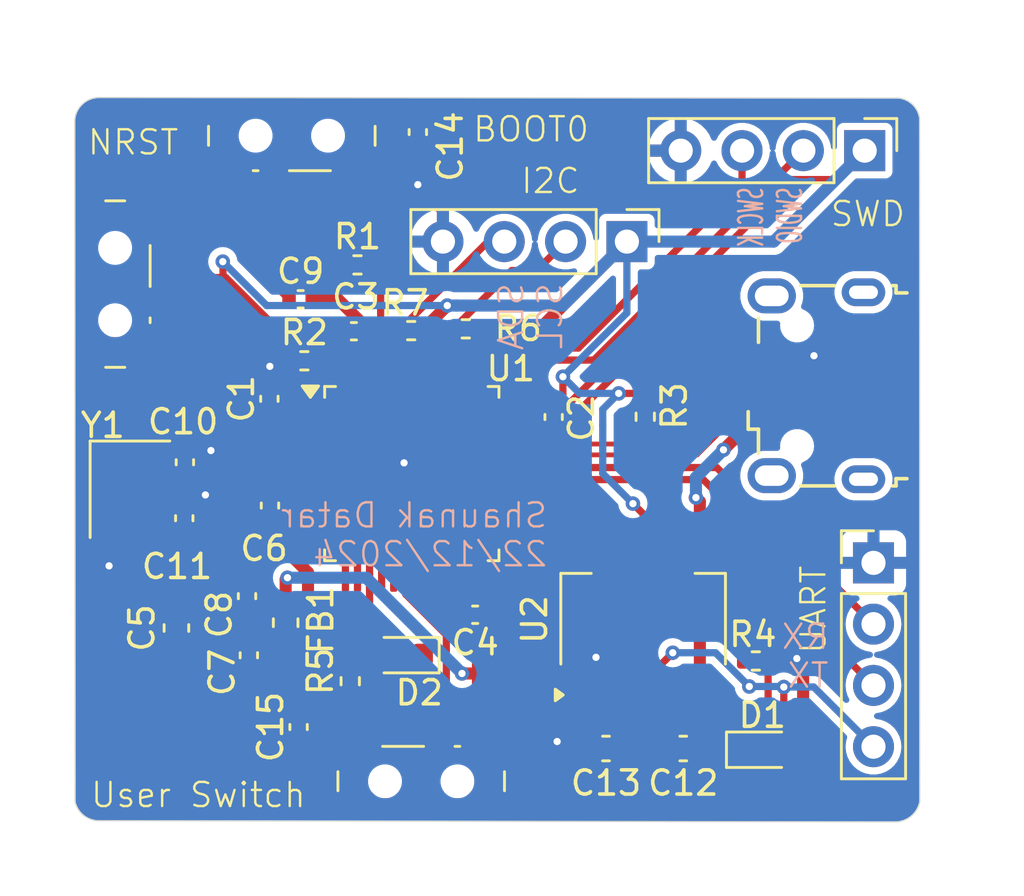
<source format=kicad_pcb>
(kicad_pcb (version 20240108) (generator "pcbnew") (generator_version "8.0")
  (layers (0 "F.Cu" signal) (31 "B.Cu" power) (34 "B.Paste" user) (35 "F.Paste" user) (36 "B.SilkS" user "B.Silkscreen") (37 "F.SilkS" user "F.Silkscreen") (38 "B.Mask" user) (39 "F.Mask" user) (44 "Edge.Cuts" user))
  (net 0 "")
  (net 1 "GND")
  (net 2 "+3.3V")
  (net 3 "+3.3VA")
  (net 4 "Net-(SW1-A)")
  (net 5 "/RCC_OSC_IN")
  (net 6 "/RCC_OSC_OUT")
  (net 7 "VBUS")
  (net 8 "Net-(D1-K)")
  (net 9 "Net-(D2-K)")
  (net 10 "/On-board LED")
  (net 12 "/USB_D-")
  (net 15 "/USB_D+")
  (net 18 "/SWCLK")
  (net 19 "/SWDIO")
  (net 20 "/SW_BOOT0")
  (net 21 "/BOOT0")
  (net 22 "Net-(SW1-B)")
  (net 23 "/NRST")
  (net 24 "Net-(SW2-A)")
  (net 25 "Net-(SW3-A)")
  (net 26 "/I2C1_SDA")
  (net 27 "/I2C1_SCL")
  (net 28 "/USART1_TX")
  (net 29 "/USART1_RX")
  (net 30 "Net-(SW3-B)")
  (footprint "LED_SMD:LED_0603_1608Metric" (layer "F.Cu") (at 119.07 57.62)
    (property "Reference" "D1" (at 0 -1.43 0) (layer "F.SilkS"))
    (property "Value" "RED")
    (pad "1" smd roundrect (at -0.7875 0) (size 0.875 0.95) (layers "F.Cu" "F.Paste" "F.Mask") (net 8 "Net-(D1-K)"))
    (pad "2" smd roundrect (at 0.7875 0) (size 0.875 0.95) (layers "F.Cu" "F.Paste" "F.Mask") (net 2 "+3.3V"))
  )
  (footprint "Capacitor_SMD:C_0402_1005Metric" (layer "F.Cu") (at 98.675 47.5 90)
    (property "Reference" "C6" (at -1.78 -0.245 180) (layer "F.SilkS"))
    (property "Value" "10n")
    (pad "1" smd roundrect (at -0.48 0 90) (size 0.56 0.62) (layers "F.Cu" "F.Paste" "F.Mask") (net 3 "+3.3VA"))
    (pad "2" smd roundrect (at 0.48 0 90) (size 0.56 0.62) (layers "F.Cu" "F.Paste" "F.Mask") (net 1 "GND"))
  )
  (footprint "Capacitor_SMD:C_0402_1005Metric" (layer "F.Cu") (at 95.125 48.025 90)
    (property "Reference" "C11" (at -2 -0.3 180) (layer "F.SilkS"))
    (property "Value" "10p")
    (pad "1" smd roundrect (at -0.48 0 90) (size 0.56 0.62) (layers "F.Cu" "F.Paste" "F.Mask") (net 6 "/RCC_OSC_OUT"))
    (pad "2" smd roundrect (at 0.48 0 90) (size 0.56 0.62) (layers "F.Cu" "F.Paste" "F.Mask") (net 1 "GND"))
  )
  (footprint "Capacitor_SMD:C_0603_1608Metric" (layer "F.Cu") (at 115.795 57.57 180)
    (property "Reference" "C12" (at 0 -1.43 360) (layer "F.SilkS"))
    (property "Value" "22u")
    (pad "1" smd roundrect (at -0.775 0 180) (size 0.9 0.95) (layers "F.Cu" "F.Paste" "F.Mask") (net 7 "VBUS"))
    (pad "2" smd roundrect (at 0.775 0 180) (size 0.9 0.95) (layers "F.Cu" "F.Paste" "F.Mask") (net 1 "GND"))
  )
  (footprint "Connector_PinHeader_2.54mm:PinHeader_1x04_P2.54mm_Vertical" (layer "F.Cu") (at 123.675 49.875)
    (property "Reference" "J4" (hide yes))
    (property "Value" "Conn_01x04_Pin")
    (pad "1" thru_hole rect (at 0 0) (size 1.7 1.7) (drill 1) (layers "*.Cu" "*.Mask") (net 1 "GND"))
    (pad "2" thru_hole oval (at 0 2.54) (size 1.7 1.7) (drill 1) (layers "*.Cu" "*.Mask") (net 29 "/USART1_RX"))
    (pad "3" thru_hole oval (at 0 5.08) (size 1.7 1.7) (drill 1) (layers "*.Cu" "*.Mask") (net 28 "/USART1_TX"))
    (pad "4" thru_hole oval (at 0 7.62) (size 1.7 1.7) (drill 1) (layers "*.Cu" "*.Mask") (net 2 "+3.3V"))
  )
  (footprint "Capacitor_SMD:C_0402_1005Metric" (layer "F.Cu") (at 99.86 56.68 90)
    (property "Reference" "C15" (at 0 -1.16 90) (layer "F.SilkS"))
    (property "Value" "100n")
    (pad "1" smd roundrect (at -0.48 0 90) (size 0.56 0.62) (layers "F.Cu" "F.Paste" "F.Mask") (net 25 "Net-(SW3-A)"))
    (pad "2" smd roundrect (at 0.48 0 90) (size 0.56 0.62) (layers "F.Cu" "F.Paste" "F.Mask") (net 1 "GND"))
  )
  (footprint "Inductor_SMD:L_0603_1608Metric" (layer "F.Cu") (at 99.325 52.355 90)
    (property "Reference" "FB1" (at 0.1 1.45 90) (layer "F.SilkS"))
    (property "Value" "FerriteBead")
    (pad "1" smd roundrect (at -0.7875 0 90) (size 0.875 0.95) (layers "F.Cu" "F.Paste" "F.Mask") (net 3 "+3.3VA"))
    (pad "2" smd roundrect (at 0.7875 0 90) (size 0.875 0.95) (layers "F.Cu" "F.Paste" "F.Mask") (net 2 "+3.3V"))
  )
  (footprint "Capacitor_SMD:C_0402_1005Metric" (layer "F.Cu") (at 110.425 43.83 -90)
    (property "Reference" "C2" (at 0.045 -1.15 90) (layer "F.SilkS"))
    (property "Value" "100n")
    (pad "1" smd roundrect (at -0.48 0 270) (size 0.56 0.62) (layers "F.Cu" "F.Paste" "F.Mask") (net 2 "+3.3V"))
    (pad "2" smd roundrect (at 0.48 0 270) (size 0.56 0.62) (layers "F.Cu" "F.Paste" "F.Mask") (net 1 "GND"))
  )
  (footprint "Capacitor_SMD:C_0402_1005Metric" (layer "F.Cu") (at 98.65 43.075 90)
    (property "Reference" "C1" (at 0 -1.16 90) (layer "F.SilkS"))
    (property "Value" "100n")
    (pad "1" smd roundrect (at -0.48 0 90) (size 0.56 0.62) (layers "F.Cu" "F.Paste" "F.Mask") (net 2 "+3.3V"))
    (pad "2" smd roundrect (at 0.48 0 90) (size 0.56 0.62) (layers "F.Cu" "F.Paste" "F.Mask") (net 1 "GND"))
  )
  (footprint "Button_Switch_SMD:SW_SPDT_PCM12" (layer "F.Cu") (at 92.59 38.32 -90)
    (property "Reference" "SW1" (hide yes))
    (property "Value" "SW_SPDT")
    (pad "" smd rect (at -3.65 -0.78 270) (size 1 0.8) (layers "F.Cu" "F.Paste" "F.Mask"))
    (pad "" smd rect (at -3.65 1.43 270) (size 1 0.8) (layers "F.Cu" "F.Paste" "F.Mask"))
    (pad "" np_thru_hole circle (at -1.5 0.33 270) (size 0.9 0.9) (drill 0.9) (layers "*.Cu" "*.Mask"))
    (pad "" np_thru_hole circle (at 1.5 0.33 270) (size 0.9 0.9) (drill 0.9) (layers "*.Cu" "*.Mask"))
    (pad "" smd rect (at 3.65 -0.78 270) (size 1 0.8) (layers "F.Cu" "F.Paste" "F.Mask"))
    (pad "" smd rect (at 3.65 1.43 270) (size 1 0.8) (layers "F.Cu" "F.Paste" "F.Mask"))
    (pad "1" smd rect (at -2.25 -1.43 270) (size 0.7 1.5) (layers "F.Cu" "F.Paste" "F.Mask") (net 4 "Net-(SW1-A)"))
    (pad "2" smd rect (at 0.75 -1.43 270) (size 0.7 1.5) (layers "F.Cu" "F.Paste" "F.Mask") (net 22 "Net-(SW1-B)"))
    (pad "3" smd rect (at 2.25 -1.43 270) (size 0.7 1.5) (layers "F.Cu" "F.Paste" "F.Mask") (net 2 "+3.3V"))
  )
  (footprint "Connector_PinHeader_2.54mm:PinHeader_1x04_P2.54mm_Vertical" (layer "F.Cu") (at 113.46 36.56 -90)
    (property "Reference" "J3" (hide yes))
    (property "Value" "Conn_01x04_Pin")
    (pad "1" thru_hole rect (at 0 0 270) (size 1.7 1.7) (drill 1) (layers "*.Cu" "*.Mask") (net 2 "+3.3V"))
    (pad "2" thru_hole oval (at 0 2.54 270) (size 1.7 1.7) (drill 1) (layers "*.Cu" "*.Mask") (net 27 "/I2C1_SCL"))
    (pad "3" thru_hole oval (at 0 5.08 270) (size 1.7 1.7) (drill 1) (layers "*.Cu" "*.Mask") (net 26 "/I2C1_SDA"))
    (pad "4" thru_hole oval (at 0 7.62 270) (size 1.7 1.7) (drill 1) (layers "*.Cu" "*.Mask") (net 1 "GND"))
  )
  (footprint "Capacitor_SMD:C_0402_1005Metric" (layer "F.Cu") (at 99.945 38.95)
    (property "Reference" "C9" (at 0 -1.16 0) (layer "F.SilkS"))
    (property "Value" "100n")
    (pad "1" smd roundrect (at -0.48 0) (size 0.56 0.62) (layers "F.Cu" "F.Paste" "F.Mask") (net 4 "Net-(SW1-A)"))
    (pad "2" smd roundrect (at 0.48 0) (size 0.56 0.62) (layers "F.Cu" "F.Paste" "F.Mask") (net 1 "GND"))
  )
  (footprint "Capacitor_SMD:C_0402_1005Metric" (layer "F.Cu") (at 107.175 52.025 180)
    (property "Reference" "C4" (at 0 -1.16 360) (layer "F.SilkS"))
    (property "Value" "100n")
    (pad "1" smd roundrect (at -0.48 0 180) (size 0.56 0.62) (layers "F.Cu" "F.Paste" "F.Mask") (net 2 "+3.3V"))
    (pad "2" smd roundrect (at 0.48 0 180) (size 0.56 0.62) (layers "F.Cu" "F.Paste" "F.Mask") (net 1 "GND"))
  )
  (footprint "Capacitor_SMD:C_0402_1005Metric" (layer "F.Cu") (at 104.8 32.02 -90)
    (property "Reference" "C14" (at 0.6 -1.34 90) (layer "F.SilkS"))
    (property "Value" "100n")
    (pad "1" smd roundrect (at -0.48 0 270) (size 0.56 0.62) (layers "F.Cu" "F.Paste" "F.Mask") (net 24 "Net-(SW2-A)"))
    (pad "2" smd roundrect (at 0.48 0 270) (size 0.56 0.62) (layers "F.Cu" "F.Paste" "F.Mask") (net 1 "GND"))
  )
  (footprint "Package_QFP:LQFP-48_7x7mm_P0.5mm" (layer "F.Cu") (at 104.55 46.175)
    (property "Reference" "U1" (at 4.1 -4.35 0) (layer "F.SilkS"))
    (property "Value" "STM32F103C8Tx")
    (pad "1" smd roundrect (at -4.1625 -2.75) (size 1.475 0.3) (layers "F.Cu" "F.Paste" "F.Mask") (net 2 "+3.3V"))
    (pad "2" smd roundrect (at -4.1625 -2.25) (size 1.475 0.3) (layers "F.Cu" "F.Paste" "F.Mask"))
    (pad "3" smd roundrect (at -4.1625 -1.75) (size 1.475 0.3) (layers "F.Cu" "F.Paste" "F.Mask"))
    (pad "4" smd roundrect (at -4.1625 -1.25) (size 1.475 0.3) (layers "F.Cu" "F.Paste" "F.Mask"))
    (pad "5" smd roundrect (at -4.1625 -0.75) (size 1.475 0.3) (layers "F.Cu" "F.Paste" "F.Mask") (net 5 "/RCC_OSC_IN"))
    (pad "6" smd roundrect (at -4.1625 -0.25) (size 1.475 0.3) (layers "F.Cu" "F.Paste" "F.Mask") (net 6 "/RCC_OSC_OUT"))
    (pad "7" smd roundrect (at -4.1625 0.25) (size 1.475 0.3) (layers "F.Cu" "F.Paste" "F.Mask") (net 23 "/NRST"))
    (pad "8" smd roundrect (at -4.1625 0.75) (size 1.475 0.3) (layers "F.Cu" "F.Paste" "F.Mask") (net 1 "GND"))
    (pad "9" smd roundrect (at -4.1625 1.25) (size 1.475 0.3) (layers "F.Cu" "F.Paste" "F.Mask") (net 3 "+3.3VA"))
    (pad "10" smd roundrect (at -4.1625 1.75) (size 1.475 0.3) (layers "F.Cu" "F.Paste" "F.Mask"))
    (pad "11" smd roundrect (at -4.1625 2.25) (size 1.475 0.3) (layers "F.Cu" "F.Paste" "F.Mask"))
    (pad "12" smd roundrect (at -4.1625 2.75) (size 1.475 0.3) (layers "F.Cu" "F.Paste" "F.Mask"))
    (pad "13" smd roundrect (at -2.75 4.1625) (size 0.3 1.475) (layers "F.Cu" "F.Paste" "F.Mask"))
    (pad "14" smd roundrect (at -2.25 4.1625) (size 0.3 1.475) (layers "F.Cu" "F.Paste" "F.Mask"))
    (pad "15" smd roundrect (at -1.75 4.1625) (size 0.3 1.475) (layers "F.Cu" "F.Paste" "F.Mask") (net 10 "/On-board LED"))
    (pad "16" smd roundrect (at -1.25 4.1625) (size 0.3 1.475) (layers "F.Cu" "F.Paste" "F.Mask"))
    (pad "17" smd roundrect (at -0.75 4.1625) (size 0.3 1.475) (layers "F.Cu" "F.Paste" "F.Mask"))
    (pad "18" smd roundrect (at -0.25 4.1625) (size 0.3 1.475) (layers "F.Cu" "F.Paste" "F.Mask") (net 30 "Net-(SW3-B)"))
    (pad "19" smd roundrect (at 0.25 4.1625) (size 0.3 1.475) (layers "F.Cu" "F.Paste" "F.Mask"))
    (pad "20" smd roundrect (at 0.75 4.1625) (size 0.3 1.475) (layers "F.Cu" "F.Paste" "F.Mask"))
    (pad "21" smd roundrect (at 1.25 4.1625) (size 0.3 1.475) (layers "F.Cu" "F.Paste" "F.Mask"))
    (pad "22" smd roundrect (at 1.75 4.1625) (size 0.3 1.475) (layers "F.Cu" "F.Paste" "F.Mask"))
    (pad "23" smd roundrect (at 2.25 4.1625) (size 0.3 1.475) (layers "F.Cu" "F.Paste" "F.Mask") (net 1 "GND"))
    (pad "24" smd roundrect (at 2.75 4.1625) (size 0.3 1.475) (layers "F.Cu" "F.Paste" "F.Mask") (net 2 "+3.3V"))
    (pad "25" smd roundrect (at 4.1625 2.75) (size 1.475 0.3) (layers "F.Cu" "F.Paste" "F.Mask"))
    (pad "26" smd roundrect (at 4.1625 2.25) (size 1.475 0.3) (layers "F.Cu" "F.Paste" "F.Mask"))
    (pad "27" smd roundrect (at 4.1625 1.75) (size 1.475 0.3) (layers "F.Cu" "F.Paste" "F.Mask"))
    (pad "28" smd roundrect (at 4.1625 1.25) (size 1.475 0.3) (layers "F.Cu" "F.Paste" "F.Mask"))
    (pad "29" smd roundrect (at 4.1625 0.75) (size 1.475 0.3) (layers "F.Cu" "F.Paste" "F.Mask"))
    (pad "30" smd roundrect (at 4.1625 0.25) (size 1.475 0.3) (layers "F.Cu" "F.Paste" "F.Mask") (net 28 "/USART1_TX"))
    (pad "31" smd roundrect (at 4.1625 -0.25) (size 1.475 0.3) (layers "F.Cu" "F.Paste" "F.Mask") (net 29 "/USART1_RX"))
    (pad "32" smd roundrect (at 4.1625 -0.75) (size 1.475 0.3) (layers "F.Cu" "F.Paste" "F.Mask") (net 12 "/USB_D-"))
    (pad "33" smd roundrect (at 4.1625 -1.25) (size 1.475 0.3) (layers "F.Cu" "F.Paste" "F.Mask") (net 15 "/USB_D+"))
    (pad "34" smd roundrect (at 4.1625 -1.75) (size 1.475 0.3) (layers "F.Cu" "F.Paste" "F.Mask") (net 19 "/SWDIO"))
    (pad "35" smd roundrect (at 4.1625 -2.25) (size 1.475 0.3) (layers "F.Cu" "F.Paste" "F.Mask") (net 1 "GND"))
    (pad "36" smd roundrect (at 4.1625 -2.75) (size 1.475 0.3) (layers "F.Cu" "F.Paste" "F.Mask") (net 2 "+3.3V"))
    (pad "37" smd roundrect (at 2.75 -4.1625) (size 0.3 1.475) (layers "F.Cu" "F.Paste" "F.Mask") (net 18 "/SWCLK"))
    (pad "38" smd roundrect (at 2.25 -4.1625) (size 0.3 1.475) (layers "F.Cu" "F.Paste" "F.Mask"))
    (pad "39" smd roundrect (at 1.75 -4.1625) (size 0.3 1.475) (layers "F.Cu" "F.Paste" "F.Mask"))
    (pad "40" smd roundrect (at 1.25 -4.1625) (size 0.3 1.475) (layers "F.Cu" "F.Paste" "F.Mask"))
    (pad "41" smd roundrect (at 0.75 -4.1625) (size 0.3 1.475) (layers "F.Cu" "F.Paste" "F.Mask"))
    (pad "42" smd roundrect (at 0.25 -4.1625) (size 0.3 1.475) (layers "F.Cu" "F.Paste" "F.Mask") (net 27 "/I2C1_SCL"))
    (pad "43" smd roundrect (at -0.25 -4.1625) (size 0.3 1.475) (layers "F.Cu" "F.Paste" "F.Mask") (net 26 "/I2C1_SDA"))
    (pad "44" smd roundrect (at -0.75 -4.1625) (size 0.3 1.475) (layers "F.Cu" "F.Paste" "F.Mask") (net 21 "/BOOT0"))
    (pad "45" smd roundrect (at -1.25 -4.1625) (size 0.3 1.475) (layers "F.Cu" "F.Paste" "F.Mask"))
    (pad "46" smd roundrect (at -1.75 -4.1625) (size 0.3 1.475) (layers "F.Cu" "F.Paste" "F.Mask"))
    (pad "47" smd roundrect (at -2.25 -4.1625) (size 0.3 1.475) (layers "F.Cu" "F.Paste" "F.Mask") (net 1 "GND"))
    (pad "48" smd roundrect (at -2.75 -4.1625) (size 0.3 1.475) (layers "F.Cu" "F.Paste" "F.Mask") (net 2 "+3.3V"))
  )
  (footprint "Capacitor_SMD:C_0603_1608Metric" (layer "F.Cu") (at 94.8 52.575 90)
    (property "Reference" "C5" (at 0 -1.43 90) (layer "F.SilkS"))
    (property "Value" "10u")
    (pad "1" smd roundrect (at -0.775 0 90) (size 0.9 0.95) (layers "F.Cu" "F.Paste" "F.Mask") (net 2 "+3.3V"))
    (pad "2" smd roundrect (at 0.775 0 90) (size 0.9 0.95) (layers "F.Cu" "F.Paste" "F.Mask") (net 1 "GND"))
  )
  (footprint "Resistor_SMD:R_0402_1005Metric" (layer "F.Cu") (at 102.3 37.525)
    (property "Reference" "R1" (at 0 -1.17 0) (layer "F.SilkS"))
    (property "Value" "10k")
    (pad "1" smd roundrect (at -0.51 0) (size 0.54 0.64) (layers "F.Cu" "F.Paste" "F.Mask") (net 20 "/SW_BOOT0"))
    (pad "2" smd roundrect (at 0.51 0) (size 0.54 0.64) (layers "F.Cu" "F.Paste" "F.Mask") (net 21 "/BOOT0"))
  )
  (footprint "Resistor_SMD:R_0402_1005Metric" (layer "F.Cu") (at 104.525 40.25 180)
    (property "Reference" "R7" (at 0.255 1.15 360) (layer "F.SilkS"))
    (property "Value" "1k5")
    (pad "1" smd roundrect (at -0.51 0 180) (size 0.54 0.64) (layers "F.Cu" "F.Paste" "F.Mask") (net 2 "+3.3V"))
    (pad "2" smd roundrect (at 0.51 0 180) (size 0.54 0.64) (layers "F.Cu" "F.Paste" "F.Mask") (net 26 "/I2C1_SDA"))
  )
  (footprint "Resistor_SMD:R_0402_1005Metric" (layer "F.Cu") (at 102 54.78 90)
    (property "Reference" "R5" (at 0.41 -1.24 90) (layer "F.SilkS"))
    (property "Value" "1k5")
    (pad "1" smd roundrect (at -0.51 0 90) (size 0.54 0.64) (layers "F.Cu" "F.Paste" "F.Mask") (net 9 "Net-(D2-K)"))
    (pad "2" smd roundrect (at 0.51 0 90) (size 0.54 0.64) (layers "F.Cu" "F.Paste" "F.Mask") (net 1 "GND"))
  )
  (footprint "Button_Switch_SMD:SW_SPDT_PCM12" (layer "F.Cu") (at 99.58 32.5 180)
    (property "Reference" "SW2" (hide yes))
    (property "Value" "SW_SPDT")
    (pad "" smd rect (at -3.65 -0.78 180) (size 1 0.8) (layers "F.Cu" "F.Paste" "F.Mask"))
    (pad "" smd rect (at -3.65 1.43 180) (size 1 0.8) (layers "F.Cu" "F.Paste" "F.Mask"))
    (pad "" np_thru_hole circle (at -1.5 0.33 180) (size 0.9 0.9) (drill 0.9) (layers "*.Cu" "*.Mask"))
    (pad "" np_thru_hole circle (at 1.5 0.33 180) (size 0.9 0.9) (drill 0.9) (layers "*.Cu" "*.Mask"))
    (pad "" smd rect (at 3.65 -0.78 180) (size 1 0.8) (layers "F.Cu" "F.Paste" "F.Mask"))
    (pad "" smd rect (at 3.65 1.43 180) (size 1 0.8) (layers "F.Cu" "F.Paste" "F.Mask"))
    (pad "1" smd rect (at -2.25 -1.43 180) (size 0.7 1.5) (layers "F.Cu" "F.Paste" "F.Mask") (net 24 "Net-(SW2-A)"))
    (pad "2" smd rect (at 0.75 -1.43 180) (size 0.7 1.5) (layers "F.Cu" "F.Paste" "F.Mask") (net 20 "/SW_BOOT0"))
    (pad "3" smd rect (at 2.25 -1.43 180) (size 0.7 1.5) (layers "F.Cu" "F.Paste" "F.Mask") (net 2 "+3.3V"))
  )
  (footprint "Button_Switch_SMD:SW_SPDT_PCM12" (layer "F.Cu") (at 104.94 58.6)
    (property "Reference" "SW3" (hide yes))
    (property "Value" "SW_SPDT")
    (pad "" smd rect (at -3.65 -0.78) (size 1 0.8) (layers "F.Cu" "F.Paste" "F.Mask"))
    (pad "" smd rect (at -3.65 1.43) (size 1 0.8) (layers "F.Cu" "F.Paste" "F.Mask"))
    (pad "" np_thru_hole circle (at -1.5 0.33) (size 0.9 0.9) (drill 0.9) (layers "*.Cu" "*.Mask"))
    (pad "" np_thru_hole circle (at 1.5 0.33) (size 0.9 0.9) (drill 0.9) (layers "*.Cu" "*.Mask"))
    (pad "" smd rect (at 3.65 -0.78) (size 1 0.8) (layers "F.Cu" "F.Paste" "F.Mask"))
    (pad "" smd rect (at 3.65 1.43) (size 1 0.8) (layers "F.Cu" "F.Paste" "F.Mask"))
    (pad "1" smd rect (at -2.25 -1.43) (size 0.7 1.5) (layers "F.Cu" "F.Paste" "F.Mask") (net 25 "Net-(SW3-A)"))
    (pad "2" smd rect (at 0.75 -1.43) (size 0.7 1.5) (layers "F.Cu" "F.Paste" "F.Mask") (net 30 "Net-(SW3-B)"))
    (pad "3" smd rect (at 2.25 -1.43) (size 0.7 1.5) (layers "F.Cu" "F.Paste" "F.Mask") (net 2 "+3.3V"))
  )
  (footprint "Capacitor_SMD:C_0402_1005Metric" (layer "F.Cu") (at 95.15 45.705 -90)
    (property "Reference" "C10" (at -1.68 0.075 180) (layer "F.SilkS"))
    (property "Value" "10p")
    (pad "1" smd roundrect (at -0.48 0 270) (size 0.56 0.62) (layers "F.Cu" "F.Paste" "F.Mask") (net 1 "GND"))
    (pad "2" smd roundrect (at 0.48 0 270) (size 0.56 0.62) (layers "F.Cu" "F.Paste" "F.Mask") (net 5 "/RCC_OSC_IN"))
  )
  (footprint "Connector_PinHeader_2.54mm:PinHeader_1x04_P2.54mm_Vertical" (layer "F.Cu") (at 123.31 32.79 -90)
    (property "Reference" "J2" (hide yes))
    (property "Value" "Conn_01x04_Pin")
    (pad "1" thru_hole rect (at 0 0 270) (size 1.7 1.7) (drill 1) (layers "*.Cu" "*.Mask") (net 2 "+3.3V"))
    (pad "2" thru_hole oval (at 0 2.54 270) (size 1.7 1.7) (drill 1) (layers "*.Cu" "*.Mask") (net 19 "/SWDIO"))
    (pad "3" thru_hole oval (at 0 5.08 270) (size 1.7 1.7) (drill 1) (layers "*.Cu" "*.Mask") (net 18 "/SWCLK"))
    (pad "4" thru_hole oval (at 0 7.62 270) (size 1.7 1.7) (drill 1) (layers "*.Cu" "*.Mask") (net 1 "GND"))
  )
  (footprint "Resistor_SMD:R_0402_1005Metric" (layer "F.Cu") (at 106.785 40.175 180)
    (property "Reference" "R6" (at -2.175 0.015 360) (layer "F.SilkS"))
    (property "Value" "1k5")
    (pad "1" smd roundrect (at -0.51 0 180) (size 0.54 0.64) (layers "F.Cu" "F.Paste" "F.Mask") (net 2 "+3.3V"))
    (pad "2" smd roundrect (at 0.51 0 180) (size 0.54 0.64) (layers "F.Cu" "F.Paste" "F.Mask") (net 27 "/I2C1_SCL"))
  )
  (footprint "Package_TO_SOT_SMD:SOT-223-3_TabPin2" (layer "F.Cu") (at 114.1325 52.22 90)
    (property "Reference" "U2" (at 0 -4.5 90) (layer "F.SilkS"))
    (property "Value" "AMS1117-3.3")
    (pad "1" smd roundrect (at -3.15 -2.3 90) (size 2 1.5) (layers "F.Cu" "F.Paste" "F.Mask") (net 1 "GND"))
    (pad "2" smd roundrect (at -3.15 0 90) (size 2 1.5) (layers "F.Cu" "F.Paste" "F.Mask") (net 2 "+3.3V"))
    (pad "2" smd roundrect (at 3.15 0 90) (size 2 3.8) (layers "F.Cu" "F.Paste" "F.Mask") (net 2 "+3.3V"))
    (pad "3" smd roundrect (at -3.15 2.3 90) (size 2 1.5) (layers "F.Cu" "F.Paste" "F.Mask") (net 7 "VBUS"))
  )
  (footprint "Crystal:Crystal_SMD_3225-4Pin_3.2x2.5mm" (layer "F.Cu") (at 92.875 46.825 -90)
    (property "Reference" "Y1" (at -2.65 1.125 180) (layer "F.SilkS"))
    (property "Value" "16MHz")
    (pad "1" smd rect (at -1.1 0.85 270) (size 1.4 1.2) (layers "F.Cu" "F.Paste" "F.Mask") (net 5 "/RCC_OSC_IN"))
    (pad "2" smd rect (at 1.1 0.85 270) (size 1.4 1.2) (layers "F.Cu" "F.Paste" "F.Mask") (net 1 "GND"))
    (pad "3" smd rect (at 1.1 -0.85 270) (size 1.4 1.2) (layers "F.Cu" "F.Paste" "F.Mask") (net 6 "/RCC_OSC_OUT"))
    (pad "4" smd rect (at -1.1 -0.85 270) (size 1.4 1.2) (layers "F.Cu" "F.Paste" "F.Mask") (net 1 "GND"))
  )
  (footprint "Resistor_SMD:R_0402_1005Metric" (layer "F.Cu") (at 100.1 41.5)
    (property "Reference" "R2" (at 0 -1.17 0) (layer "F.SilkS"))
    (property "Value" "10k")
    (pad "1" smd roundrect (at -0.51 0) (size 0.54 0.64) (layers "F.Cu" "F.Paste" "F.Mask") (net 22 "Net-(SW1-B)"))
    (pad "2" smd roundrect (at 0.51 0) (size 0.54 0.64) (layers "F.Cu" "F.Paste" "F.Mask") (net 23 "/NRST"))
  )
  (footprint "Capacitor_SMD:C_0402_1005Metric" (layer "F.Cu") (at 97.8 53.705 -90)
    (property "Reference" "C7" (at 0.705 1.11 90) (layer "F.SilkS"))
    (property "Value" "1u")
    (pad "1" smd roundrect (at -0.48 0 270) (size 0.56 0.62) (layers "F.Cu" "F.Paste" "F.Mask") (net 3 "+3.3VA"))
    (pad "2" smd roundrect (at 0.48 0 270) (size 0.56 0.62) (layers "F.Cu" "F.Paste" "F.Mask") (net 1 "GND"))
  )
  (footprint "Connector_USB:USB_Micro-B_Wuerth_629105150521" (layer "F.Cu") (at 121.31 42.535 90)
    (property "Reference" "J1" (hide yes))
    (property "Value" "USB_B_Micro")
    (pad "" np_thru_hole oval (at -2.5 -0.8 90) (size 0.8 0.8) (drill 0.8) (layers "*.Cu" "*.Mask"))
    (pad "" np_thru_hole oval (at 2.5 -0.8 90) (size 0.8 0.8) (drill 0.8) (layers "*.Cu" "*.Mask"))
    (pad "1" smd rect (at -1.3 -1.9 90) (size 0.45 1.3) (layers "F.Cu" "F.Paste" "F.Mask") (net 7 "VBUS"))
    (pad "2" smd rect (at -0.65 -1.9 90) (size 0.45 1.3) (layers "F.Cu" "F.Paste" "F.Mask") (net 12 "/USB_D-"))
    (pad "3" smd rect (at 0 -1.9 90) (size 0.45 1.3) (layers "F.Cu" "F.Paste" "F.Mask") (net 15 "/USB_D+"))
    (pad "4" smd rect (at 0.65 -1.9 90) (size 0.45 1.3) (layers "F.Cu" "F.Paste" "F.Mask"))
    (pad "5" smd rect (at 1.3 -1.9 90) (size 0.45 1.3) (layers "F.Cu" "F.Paste" "F.Mask") (net 1 "GND"))
    (pad "6" thru_hole oval (at -3.875 1.95 90) (size 1.15 1.8) (drill oval 0.55 1.2) (layers "*.Cu" "*.Mask"))
    (pad "6" thru_hole oval (at -3.725 -1.85 90) (size 1.45 2) (drill oval 0.85 1.4) (layers "*.Cu" "*.Mask"))
    (pad "6" thru_hole oval (at 3.725 -1.85 90) (size 1.45 2) (drill oval 0.85 1.4) (layers "*.Cu" "*.Mask"))
    (pad "6" thru_hole oval (at 3.875 1.95 90) (size 1.15 1.8) (drill oval 0.55 1.2) (layers "*.Cu" "*.Mask"))
  )
  (footprint "LED_SMD:LED_0603_1608Metric" (layer "F.Cu") (at 104.2 53.7 180)
    (property "Reference" "D2" (at -0.66 -1.56 360) (layer "F.SilkS"))
    (property "Value" "RED")
    (pad "1" smd roundrect (at -0.7875 0 180) (size 0.875 0.95) (layers "F.Cu" "F.Paste" "F.Mask") (net 9 "Net-(D2-K)"))
    (pad "2" smd roundrect (at 0.7875 0 180) (size 0.875 0.95) (layers "F.Cu" "F.Paste" "F.Mask") (net 10 "/On-board LED"))
  )
  (footprint "Capacitor_SMD:C_0402_1005Metric" (layer "F.Cu") (at 97.725 51.255 90)
    (property "Reference" "C8" (at -0.765 -1.155 90) (layer "F.SilkS"))
    (property "Value" "1u")
    (pad "1" smd roundrect (at -0.48 0 90) (size 0.56 0.62) (layers "F.Cu" "F.Paste" "F.Mask") (net 2 "+3.3V"))
    (pad "2" smd roundrect (at 0.48 0 90) (size 0.56 0.62) (layers "F.Cu" "F.Paste" "F.Mask") (net 1 "GND"))
  )
  (footprint "Resistor_SMD:R_0402_1005Metric" (layer "F.Cu") (at 114.22 43.82 -90)
    (property "Reference" "R3" (at -0.45 -1.2 90) (layer "F.SilkS"))
    (property "Value" "1k5")
    (pad "1" smd roundrect (at -0.51 0 270) (size 0.54 0.64) (layers "F.Cu" "F.Paste" "F.Mask") (net 2 "+3.3V"))
    (pad "2" smd roundrect (at 0.51 0 270) (size 0.54 0.64) (layers "F.Cu" "F.Paste" "F.Mask") (net 15 "/USB_D+"))
  )
  (footprint "Capacitor_SMD:C_0402_1005Metric" (layer "F.Cu") (at 102.15 40.275)
    (property "Reference" "C3" (at 0.08 -1.425 0) (layer "F.SilkS"))
    (property "Value" "100n")
    (pad "1" smd roundrect (at -0.48 0) (size 0.56 0.62) (layers "F.Cu" "F.Paste" "F.Mask") (net 2 "+3.3V"))
    (pad "2" smd roundrect (at 0.48 0) (size 0.56 0.62) (layers "F.Cu" "F.Paste" "F.Mask") (net 1 "GND"))
  )
  (footprint "Resistor_SMD:R_0402_1005Metric" (layer "F.Cu") (at 118.8 53.94 180)
    (property "Reference" "R4" (at 0.12 1.1 360) (layer "F.SilkS"))
    (property "Value" "1k5")
    (pad "1" smd roundrect (at -0.51 0 180) (size 0.54 0.64) (layers "F.Cu" "F.Paste" "F.Mask") (net 8 "Net-(D1-K)"))
    (pad "2" smd roundrect (at 0.51 0 180) (size 0.54 0.64) (layers "F.Cu" "F.Paste" "F.Mask") (net 1 "GND"))
  )
  (footprint "Capacitor_SMD:C_0603_1608Metric" (layer "F.Cu") (at 112.595 57.57 180)
    (property "Reference" "C13" (at 0 -1.43 360) (layer "F.SilkS"))
    (property "Value" "22u")
    (pad "1" smd roundrect (at -0.775 0 180) (size 0.9 0.95) (layers "F.Cu" "F.Paste" "F.Mask") (net 2 "+3.3V"))
    (pad "2" smd roundrect (at 0.775 0 180) (size 0.9 0.95) (layers "F.Cu" "F.Paste" "F.Mask") (net 1 "GND"))
  )
  (gr_arc (start 91.52 60.56) (mid 90.930051 60.316839) (end 90.601939 59.769566) (stroke (width 0.05)) (layer "Edge.Cuts"))
  (gr_arc (start 124.7 30.61) (mid 125.283436 30.872961) (end 125.581961 31.439026) (stroke (width 0.05)) (layer "Edge.Cuts"))
  (gr_arc (start 90.59 31.51) (mid 90.924726 30.848354) (end 91.61982 30.590162) (stroke (width 0.05)) (layer "Edge.Cuts"))
  (gr_line (start 124.7 30.61) (end 91.61982 30.590162) (stroke (width 0.05)) (layer "Edge.Cuts"))
  (gr_line (start 90.59 31.51) (end 90.601939 59.769566) (stroke (width 0.05)) (layer "Edge.Cuts"))
  (gr_arc (start 125.592446 59.751692) (mid 125.249183 60.357711) (end 124.6 60.61) (stroke (width 0.05)) (layer "Edge.Cuts"))
  (gr_line (start 125.592446 59.751692) (end 125.581961 31.439026) (stroke (width 0.05)) (layer "Edge.Cuts"))
  (gr_line (start 91.52 60.56) (end 124.6 60.61) (stroke (width 0.05)) (layer "Edge.Cuts"))
  (gr_text "Shaunak Datar\n22/12/2024\n" (at 110.23 50.1 0) (layer "B.SilkS") (effects (font (size 1 1) (thickness 0.1)) (justify left bottom mirror)))
  (gr_text "RX\nTX\n" (at 121.89 55.13 0) (layer "B.SilkS") (effects (font (size 1 1) (thickness 0.1)) (justify left bottom mirror)))
  (gr_text "SWCLK \nSWDIO\n" (at 120.8 34.26 90) (layer "B.SilkS") (effects (font (size 1 0.5) (thickness 0.1)) (justify left bottom mirror)))
  (gr_text "SDA\nSCL\n" (at 110.86 38.2 90) (layer "B.SilkS") (effects (font (size 1 1) (thickness 0.1)) (justify left bottom mirror)))
  (gr_text "BOOT0\n" (at 107.02 32.49 0) (layer "F.SilkS") (effects (font (size 1 1) (thickness 0.1)) (justify left bottom)))
  (gr_text "User Switch\n" (at 91.19 60.08 0) (layer "F.SilkS") (effects (font (size 1 1) (thickness 0.1)) (justify left bottom)))
  (gr_text "UART\n" (at 121.77 53.71 90) (layer "F.SilkS") (effects (font (size 1 1) (thickness 0.1)) (justify left bottom)))
  (gr_text "SWD\n" (at 121.83 36 0) (layer "F.SilkS") (effects (font (size 1 1) (thickness 0.1)) (justify left bottom)))
  (gr_text "I2C\n" (at 109.01 34.63 0) (layer "F.SilkS") (effects (font (size 1 1) (thickness 0.1)) (justify left bottom)))
  (gr_text "NRST\n" (at 91.06 33.03 0) (layer "F.SilkS") (effects (font (size 1 1) (thickness 0.1)) (justify left bottom)))
  (segment (start 110.734999 44.31) (end 113.809999 41.235) (width 0.3) (layer "F.Cu") (net 1))
  (segment (start 113.809999 41.235) (end 119.41 41.235) (width 0.3) (layer "F.Cu") (net 1))
  (segment (start 111.8325 54.1375) (end 112.18 53.79) (width 0.5) (layer "F.Cu") (net 1))
  (segment (start 100.3875 46.925) (end 98.77 46.925) (width 0.3) (layer "F.Cu") (net 1))
  (segment (start 97.185 54.185) (end 97.8 54.185) (width 0.5) (layer "F.Cu") (net 1))
  (segment (start 120.76 54.11) (end 119.82 53.17) (width 0.5) (layer "F.Cu") (net 1))
  (segment (start 108.7125 43.925) (end 109.55312 43.925) (width 0.3) (layer "F.Cu") (net 1))
  (segment (start 102.63 40.84) (end 102.63 40.275) (width 0.3) (layer "F.Cu") (net 1))
  (segment (start 102.3 41.17188) (end 102.56 40.91188) (width 0.3) (layer "F.Cu") (net 1))
  (segment (start 98.77 46.925) (end 98.675 47.02) (width 0.3) (layer "F.Cu") (net 1))
  (segment (start 98.65 41.75) (end 98.67 41.73) (width 0.5) (layer "F.Cu") (net 1))
  (segment (start 106.695 51.405) (end 106.695 52.025) (width 0.3) (layer "F.Cu") (net 1))
  (segment (start 104.22812 46.925) (end 102.47 46.925) (width 0.3) (layer "F.Cu") (net 1))
  (segment (start 92.025 49.985) (end 92.01 50) (width 0.5) (layer "F.Cu") (net 1))
  (segment (start 95.125 47.545) (end 95.515 47.545) (width 0.5) (layer "F.Cu") (net 1))
  (segment (start 92.025 49.025) (end 94.8 51.8) (width 0.5) (layer "F.Cu") (net 1))
  (segment (start 106.8 50.3375) (end 106.8 51.3) (width 0.3) (layer "F.Cu") (net 1))
  (segment (start 118.29 53.58) (end 118.29 53.94) (width 0.5) (layer "F.Cu") (net 1))
  (segment (start 120.359318 58.545) (end 120.76 58.144318) (width 0.5) (layer "F.Cu") (net 1))
  (segment (start 92.025 47.925) (end 92.025 49.025) (width 0.5) (layer "F.Cu") (net 1))
  (segment (start 96.23 45.22) (end 96.225 45.225) (width 0.5) (layer "F.Cu") (net 1))
  (segment (start 97.845 54.185) (end 99.86 56.2) (width 0.5) (layer "F.Cu") (net 1))
  (segment (start 105.84 35.24) (end 105.255 34.655) (width 0.5) (layer "F.Cu") (net 1))
  (segment (start 100.425 38.95) (end 101.493266 38.95) (width 0.5) (layer "F.Cu") (net 1))
  (segment (start 105.255 34.655) (end 104.8 34.2) (width 0.5) (layer "F.Cu") (net 1))
  (segment (start 109.55312 43.925) (end 109.65812 44.03) (width 0.3) (layer "F.Cu") (net 1))
  (segment (start 119.41 41.235) (end 121.155 41.235) (width 0.3) (layer "F.Cu") (net 1))
  (segment (start 120.76 58.144318) (end 120.76 54.11) (width 0.5) (layer "F.Cu") (net 1))
  (segment (start 106.8 49.49688) (end 104.22812 46.925) (width 0.3) (layer "F.Cu") (net 1))
  (segment (start 110.425 44.31) (end 110.734999 44.31) (width 0.3) (layer "F.Cu") (net 1))
  (segment (start 92.025 47.925) (end 92.025 49.985) (width 0.5) (layer "F.Cu") (net 1))
  (segment (start 111.8325 55.37) (end 111.8325 54.1375) (width 0.5) (layer "F.Cu") (net 1))
  (segment (start 102.56 40.91188) (end 102.56 40.91) (width 0.3) (layer "F.Cu") (net 1))
  (segment (start 102.47 46.925) (end 100.3875 46.925) (width 0.3) (layer "F.Cu") (net 1))
  (segment (start 94.8 51.8) (end 95.825 50.775) (width 0.5) (layer "F.Cu") (net 1))
  (segment (start 101.79 54.27) (end 102 54.27) (width 0.5) (layer "F.Cu") (net 1))
  (segment (start 106.8 51.3) (end 106.695 51.405) (width 0.3) (layer "F.Cu") (net 1))
  (segment (start 95.825 50.775) (end 97.725 50.775) (width 0.5) (layer "F.Cu") (net 1))
  (segment (start 119.82 53.17) (end 118.7 53.17) (width 0.5) (layer "F.Cu") (net 1))
  (segment (start 102.3 42.0125) (end 102.3 46.755) (width 0.3) (layer "F.Cu") (net 1))
  (segment (start 104.22812 46.925) (end 104.22812 45.73188) (width 0.3) (layer "F.Cu") (net 1))
  (segment (start 104.8 32.5) (end 104.8 34.2) (width 0.5) (layer "F.Cu") (net 1))
  (segment (start 98.65 42.595) (end 98.65 41.75) (width 0.5) (layer "F.Cu") (net 1))
  (segment (start 106.8 50.3375) (end 106.8 49.49688) (width 0.3) (layer "F.Cu") (net 1))
  (segment (start 96.225 45.225) (end 95.15 45.225) (width 0.5) (layer "F.Cu") (net 1))
  (segment (start 108.66 32.79) (end 106.795 34.655) (width 0.5) (layer "F.Cu") (net 1))
  (segment (start 102.63 40.086734) (end 102.63 40.275) (width 0.5) (layer "F.Cu") (net 1))
  (segment (start 111.82 57.57) (end 110.86 57.57) (width 0.5) (layer "F.Cu") (net 1))
  (segment (start 109.65812 44.03) (end 109.67 44.03) (width 0.3) (layer "F.Cu") (net 1))
  (segment (start 93.725 45.725) (end 94.225 45.225) (width 0.5) (layer "F.Cu") (net 1))
  (segment (start 115.69 32.79) (end 108.66 32.79) (width 0.5) (layer "F.Cu") (net 1))
  (segment (start 118.7 53.17) (end 118.29 53.58) (width 0.5) (layer "F.Cu") (net 1))
  (segment (start 94.225 45.225) (end 95.15 45.225) (width 0.5) (layer "F.Cu") (net 1))
  (segment (start 116.109172 58.545) (end 120.359318 58.545) (width 0.5) (layer "F.Cu") (net 1))
  (segment (start 115.02 57.57) (end 115.134172 57.57) (width 0.5) (layer "F.Cu") (net 1))
  (segment (start 94.8 51.8) (end 97.185 54.185) (width 0.5) (layer "F.Cu") (net 1))
  (segment (start 102.3 46.755) (end 102.47 46.925) (width 0.3) (layer "F.Cu") (net 1))
  (segment (start 106.795 34.655) (end 105.255 34.655) (width 0.5) (layer "F.Cu") (net 1))
  (segment (start 102.3 42.0125) (end 102.3 41.17188) (width 0.3) (layer "F.Cu") (net 1))
  (segment (start 102.56 40.91) (end 102.63 40.84) (width 0.3) (layer "F.Cu") (net 1))
  (segment (start 95.515 47.545) (end 96 47.06) (width 0.5) (layer "F.Cu") (net 1))
  (segment (start 105.84 36.56) (end 105.84 35.24) (width 0.5) (layer "F.Cu") (net 1))
  (segment (start 97.8 54.185) (end 97.845 54.185) (width 0.5) (layer "F.Cu") (net 1))
  (segment (start 115.134172 57.57) (end 116.109172 58.545) (width 0.5) (layer "F.Cu") (net 1))
  (segment (start 109.95 44.31) (end 110.425 44.31) (width 0.3) (layer "F.Cu") (net 1))
  (segment (start 109.67 44.03) (end 109.95 44.31) (width 0.3) (layer "F.Cu") (net 1))
  (segment (start 104.22812 45.73188) (end 104.23 45.73) (width 0.3) (layer "F.Cu") (net 1))
  (segment (start 101.493266 38.95) (end 102.63 40.086734) (width 0.5) (layer "F.Cu") (net 1))
  (segment (start 99.86 56.2) (end 101.79 54.27) (width 0.5) (layer "F.Cu") (net 1))
  (segment (start 110.86 57.57) (end 110.57 57.28) (width 0.5) (layer "F.Cu") (net 1))
  (segment (start 121.155 41.235) (end 121.21 41.29) (width 0.3) (layer "F.Cu") (net 1))
  (via (at 98.67 41.73) (size 0.6) (drill 0.3) (layers "F.Cu" "B.Cu") (net 1))
  (via (at 120.5 53.84) (size 0.6) (drill 0.3) (layers "F.Cu" "B.Cu") (net 1))
  (via (at 96 47.06) (size 0.6) (drill 0.3) (layers "F.Cu" "B.Cu") (net 1))
  (via (at 92.01 50) (size 0.6) (drill 0.3) (layers "F.Cu" "B.Cu") (net 1))
  (via (at 121.21 41.29) (size 0.6) (drill 0.3) (layers "F.Cu" "B.Cu") (net 1))
  (via (at 104.8 34.2) (size 0.6) (drill 0.3) (layers "F.Cu" "B.Cu") (net 1))
  (via (at 110.57 57.28) (size 0.6) (drill 0.3) (layers "F.Cu" "B.Cu") (net 1))
  (via (at 96.23 45.22) (size 0.6) (drill 0.3) (layers "F.Cu" "B.Cu") (net 1))
  (via (at 112.18 53.79) (size 0.6) (drill 0.3) (layers "F.Cu" "B.Cu") (net 1))
  (via (at 104.23 45.73) (size 0.6) (drill 0.3) (layers "F.Cu" "B.Cu") (net 1))
  (segment (start 110.987893 43.35) (end 120.347893 33.99) (width 0.3) (layer "F.Cu") (net 2))
  (segment (start 110.81 42.965) (end 110.425 43.35) (width 0.3) (layer "F.Cu") (net 2))
  (segment (start 94.63 34.13) (end 94.21 33.71) (width 0.5) (layer "F.Cu") (net 2))
  (segment (start 99.325 50.565) (end 99.4 50.49) (width 0.5) (layer "F.Cu") (net 2))
  (segment (start 106.63 54.46) (end 107.16 54.46) (width 0.5) (layer "F.Cu") (net 2))
  (segment (start 113.37 57.57) (end 113.37 56.1325) (width 0.3) (layer "F.Cu") (net 2))
  (segment (start 107.19 54.49) (end 107.19 57.17) (width 0.3) (layer "F.Cu") (net 2))
  (segment (start 108.7125 43.425) (end 109.605 43.425) (width 0.3) (layer "F.Cu") (net 2))
  (segment (start 107.3 51.3) (end 107.655 51.655) (width 0.3) (layer "F.Cu") (net 2))
  (segment (start 101.67 40.275) (end 99.072106 40.275) (width 0.3) (layer "F.Cu") (net 2))
  (segment (start 105.035 40.25) (end 105.035 40.195) (width 0.5) (layer "F.Cu") (net 2))
  (segment (start 107.31 57.17) (end 107.41 57.07) (width 0.3) (layer "F.Cu") (net 2))
  (segment (start 107.3 50.3375) (end 107.3 51.3) (width 0.3) (layer "F.Cu") (net 2))
  (segment (start 114.1325 47.8425) (end 113.71 47.42) (width 0.3) (layer "F.Cu") (net 2))
  (segment (start 91.27 38.05) (end 91.27 40.173503) (width 0.5) (layer "F.Cu") (net 2))
  (segment (start 113.37 56.1325) (end 114.1325 55.37) (width 0.3) (layer "F.Cu") (net 2))
  (segment (start 97.725 51.735) (end 99.1575 51.735) (width 0.5) (layer "F.Cu") (net 2))
  (segment (start 99.325 51.5675) (end 99.325 50.565) (width 0.5) (layer "F.Cu") (net 2))
  (segment (start 119.96 57.5175) (end 119.8575 57.62) (width 0.3) (layer "F.Cu") (net 2))
  (segment (start 109.845 40.175) (end 113.46 36.56) (width 0.5) (layer "F.Cu") (net 2))
  (segment (start 96.847106 38.05) (end 96.73 38.05) (width 0.3) (layer "F.Cu") (net 2))
  (segment (start 110.765761 58.395) (end 112.545 58.395) (width 0.3) (layer "F.Cu") (net 2))
  (segment (start 107.16 54.46) (end 107.19 54.49) (width 0.5) (layer "F.Cu") (net 2))
  (segment (start 99.375 43.555) (end 98.65 43.555) (width 0.3) (layer "F.Cu") (net 2))
  (segment (start 119.96 55.02) (end 119.96 57.5175) (width 0.3) (layer "F.Cu") (net 2))
  (segment (start 92.01 35.726497) (end 91.27 36.466497) (width 0.5) (layer "F.Cu") (net 2))
  (segment (start 100.63 59.18) (end 102.346497 59.18) (width 0.5) (layer "F.Cu") (net 2))
  (segment (start 122.11 33.99) (end 123.31 32.79) (width 0.3) (layer "F.Cu") (net 2))
  (segment (start 97.33 33.93) (end 97.13 34.13) (width 0.5) (layer "F.Cu") (net 2))
  (segment (start 94.21 33.71) (end 92.53 33.71) (width 0.5) (layer "F.Cu") (net 2))
  (segment (start 109.68 43.35) (end 110.425 43.35) (width 0.3) (layer "F.Cu") (net 2))
  (segment (start 107.41 57.07) (end 109.440761 57.07) (width 0.3) (layer "F.Cu") (net 2))
  (segment (start 109.440761 57.07) (end 110.765761 58.395) (width 0.3) (layer "F.Cu") (net 2))
  (segment (start 92.53 33.71) (end 92.01 34.23) (width 0.5) (layer "F.Cu") (net 2))
  (segment (start 107.655 51.655) (end 107.655 52.025) (width 0.3) (layer "F.Cu") (net 2))
  (segment (start 107.655 52.155) (end 107.19 52.62) (width 0.3) (layer "F.Cu") (net 2))
  (segment (start 110.81 42.16) (end 110.81 42.965) (width 0.3) (layer "F.Cu") (net 2))
  (segment (start 102.346497 59.18) (end 103.046497 59.88) (width 0.5) (layer "F.Cu") (net 2))
  (segment (start 99.505 43.425) (end 99.375 43.555) (width 0.3) (layer "F.Cu") (net 2))
  (segment (start 107.39 59.323503) (end 107.39 57.37) (width 0.5) (layer "F.Cu") (net 2))
  (segment (start 96.73 37.4) (end 96.72 37.39) (width 0.3) (layer "F.Cu") (net 2))
  (segment (start 94.8 53.35) (end 100.63 59.18) (width 0.5) (layer "F.Cu") (net 2))
  (segment (start 100.3875 43.425) (end 99.505 43.425) (width 0.3) (layer "F.Cu") (net 2))
  (segment (start 101.8 42.0125) (end 101.8 41.08) (width 0.3) (layer "F.Cu") (net 2))
  (segment (start 109.605 43.425) (end 109.68 43.35) (width 0.3) (layer "F.Cu") (net 2))
  (segment (start 99.1575 51.735) (end 99.325 51.5675) (width 0.5) (layer "F.Cu") (net 2))
  (segment (start 114.1325 49.07) (end 114.1325 47.8425) (width 0.3) (layer "F.Cu") (net 2))
  (segment (start 114.1325 55.37) (end 114.1325 54.8275) (width 0.3) (layer "F.Cu") (net 2))
  (segment (start 97.005 43.555) (end 98.65 43.555) (width 0.5) (layer "F.Cu") (net 2))
  (segment (start 91.27 36.466497) (end 91.27 38.05) (width 0.5) (layer "F.Cu") (net 2))
  (segment (start 105.035 40.195) (end 106.02 39.21) (width 0.5) (layer "F.Cu") (net 2))
  (segment (start 101.8 41.08) (end 101.67 40.95) (width 0.3) (layer "F.Cu") (net 2))
  (segment (start 112.545 58.395) (end 113.37 57.57) (width 0.3) (layer "F.Cu") (net 2))
  (segment (start 101.67 40.95) (end 101.67 40.275) (width 0.3) (layer "F.Cu") (net 2))
  (segment (start 97.13 34.13) (end 94.63 34.13) (width 0.5) (layer "F.Cu") (net 2))
  (segment (start 93.82 40.77) (end 94.02 40.57) (width 0.5) (layer "F.Cu") (net 2))
  (segment (start 92.01 34.23) (end 92.01 35.726497) (width 0.5) (layer "F.Cu") (net 2))
  (segment (start 107.655 52.025) (end 107.655 52.155) (width 0.3) (layer "F.Cu") (net 2))
  (segment (start 94.02 40.57) (end 97.005 43.555) (width 0.5) (layer "F.Cu") (net 2))
  (segment (start 107.19 52.62) (end 107.19 54.49) (width 0.3) (layer "F.Cu") (net 2))
  (segment (start 99.072106 40.275) (end 96.847106 38.05) (width 0.3) (layer "F.Cu") (net 2))
  (segment (start 91.27 40.173503) (end 91.866497 40.77) (width 0.5) (layer "F.Cu") (net 2))
  (segment (start 96.73 38.05) (end 96.73 37.4) (width 0.3) (layer "F.Cu") (net 2))
  (segment (start 91.866497 40.77) (end 93.82 40.77) (width 0.5) (layer "F.Cu") (net 2))
  (segment (start 107.39 57.37) (end 107.19 57.17) (width 0.5) (layer "F.Cu") (net 2))
  (segment (start 110.425 43.35) (end 110.987893 43.35) (width 0.3) (layer "F.Cu") (net 2))
  (segment (start 113.76 42.85) (end 114.22 43.31) (width 0.3) (layer "F.Cu") (net 2))
  (segment (start 120.347893 33.99) (end 122.11 33.99) (width 0.3) (layer "F.Cu") (net 2))
  (segment (start 114.1325 55.37) (end 114.1325 49.07) (width 0.3) (layer "F.Cu") (net 2))
  (segment (start 103.046497 59.88) (end 106.833503 59.88) (width 0.5) (layer "F.Cu") (net 2))
  (segment (start 113.12 42.85) (end 113.76 42.85) (width 0.3) (layer "F.Cu") (net 2))
  (segment (start 96.73 38.05) (end 91.27 38.05) (width 0.3) (layer "F.Cu") (net 2))
  (segment (start 114.1325 54.8275) (end 115.36 53.6) (width 0.3) (layer "F.Cu") (net 2))
  (segment (start 106.833503 59.88) (end 107.39 59.323503) (width 0.5) (layer "F.Cu") (net 2))
  (segment (start 107.295 40.175) (end 109.845 40.175) (width 0.5) (layer "F.Cu") (net 2))
  (segment (start 107.19 57.17) (end 107.31 57.17) (width 0.3) (layer "F.Cu") (net 2))
  (via (at 115.36 53.6) (size 0.6) (drill 0.3) (layers "F.Cu" "B.Cu") (net 2))
  (via (at 99.4 50.49) (size 0.6) (drill 0.3) (layers "F.Cu" "B.Cu") (net 2))
  (via (at 118.53 55) (size 0.6) (drill 0.3) (layers "F.Cu" "B.Cu") (net 2))
  (via (at 96.72 37.39) (size 0.6) (drill 0.3) (layers "F.Cu" "B.Cu") (net 2))
  (via (at 113.71 47.42) (size 0.6) (drill 0.3) (layers "F.Cu" "B.Cu") (net 2))
  (via (at 113.12 42.85) (size 0.6) (drill 0.3) (layers "F.Cu" "B.Cu") (net 2))
  (via (at 110.81 42.16) (size 0.6) (drill 0.3) (layers "F.Cu" "B.Cu") (net 2))
  (via (at 106.02 39.21) (size 0.6) (drill 0.3) (layers "F.Cu" "B.Cu") (net 2))
  (via (at 106.63 54.46) (size 0.6) (drill 0.3) (layers "F.Cu" "B.Cu") (net 2))
  (via (at 119.96 55.02) (size 0.6) (drill 0.3) (layers "F.Cu" "B.Cu") (net 2))
  (segment (start 119.96 55.02) (end 121.2 55.02) (width 0.3) (layer "B.Cu") (net 2))
  (segment (start 113.46 36.56) (end 119.54 36.56) (width 0.5) (layer "B.Cu") (net 2))
  (segment (start 112.46 44.18) (end 112.46 43.51) (width 0.3) (layer "B.Cu") (net 2))
  (segment (start 113.46 39.51) (end 113.46 36.56) (width 0.3) (layer "B.Cu") (net 2))
  (segment (start 110.81 42.16) (end 113.46 39.51) (width 0.3) (layer "B.Cu") (net 2))
  (segment (start 115.36 53.6) (end 117.13 53.6) (width 0.3) (layer "B.Cu") (net 2))
  (segment (start 106.02 39.21) (end 106.41 39.21) (width 0.5) (layer "B.Cu") (net 2))
  (segment (start 113.12 42.85) (end 111.5 42.85) (width 0.3) (layer "B.Cu") (net 2))
  (segment (start 118.53 55) (end 119.94 55) (width 0.3) (layer "B.Cu") (net 2))
  (segment (start 112.46 43.51) (end 113.12 42.85) (width 0.3) (layer "B.Cu") (net 2))
  (segment (start 98.54 39.21) (end 106.41 39.21) (width 0.3) (layer "B.Cu") (net 2))
  (segment (start 106.41 39.21) (end 110.81 39.21) (width 0.5) (layer "B.Cu") (net 2))
  (segment (start 117.13 53.6) (end 118.53 55) (width 0.3) (layer "B.Cu") (net 2))
  (segment (start 110.81 39.21) (end 113.46 36.56) (width 0.5) (layer "B.Cu") (net 2))
  (segment (start 111.5 42.85) (end 110.81 42.16) (width 0.3) (layer "B.Cu") (net 2))
  (segment (start 102.66 50.49) (end 106.63 54.46) (width 0.5) (layer "B.Cu") (net 2))
  (segment (start 96.72 37.39) (end 98.54 39.21) (width 0.3) (layer "B.Cu") (net 2))
  (segment (start 121.2 55.02) (end 123.675 57.495) (width 0.3) (layer "B.Cu") (net 2))
  (segment (start 119.54 36.56) (end 123.31 32.79) (width 0.5) (layer "B.Cu") (net 2))
  (segment (start 119.94 55) (end 119.96 55.02) (width 0.3) (layer "B.Cu") (net 2))
  (segment (start 99.4 50.49) (end 102.66 50.49) (width 0.5) (layer "B.Cu") (net 2))
  (segment (start 112.46 46.17) (end 112.46 44.18) (width 0.3) (layer "B.Cu") (net 2))
  (segment (start 113.71 47.42) (end 112.46 46.17) (width 0.3) (layer "B.Cu") (net 2))
  (segment (start 99.2425 53.225) (end 99.325 53.1425) (width 0.5) (layer "F.Cu") (net 3))
  (segment (start 100.25 52.2175) (end 100.25 50.269542) (width 0.5) (layer "F.Cu") (net 3))
  (segment (start 100.25 50.269542) (end 98.675 48.694542) (width 0.5) (layer "F.Cu") (net 3))
  (segment (start 98.99188 47.98) (end 98.675 47.98) (width 0.3) (layer "F.Cu") (net 3))
  (segment (start 99.54688 47.425) (end 98.99188 47.98) (width 0.3) (layer "F.Cu") (net 3))
  (segment (start 97.8 53.225) (end 99.2425 53.225) (width 0.5) (layer "F.Cu") (net 3))
  (segment (start 98.675 48.694542) (end 98.675 47.98) (width 0.5) (layer "F.Cu") (net 3))
  (segment (start 99.325 53.1425) (end 100.25 52.2175) (width 0.5) (layer "F.Cu") (net 3))
  (segment (start 100.3875 47.425) (end 99.54688 47.425) (width 0.3) (layer "F.Cu") (net 3))
  (segment (start 96.585 36.07) (end 99.465 38.95) (width 0.3) (layer "F.Cu") (net 4))
  (segment (start 94.02 36.07) (end 96.585 36.07) (width 0.3) (layer "F.Cu") (net 4))
  (segment (start 95.15 46.185) (end 97.477894 46.185) (width 0.3) (layer "F.Cu") (net 5))
  (segment (start 98.237894 45.425) (end 100.3875 45.425) (width 0.3) (layer "F.Cu") (net 5))
  (segment (start 97.477894 46.185) (end 98.237894 45.425) (width 0.3) (layer "F.Cu") (net 5))
  (segment (start 92.025 45.725) (end 92.025 46.025) (width 0.3) (layer "F.Cu") (net 5))
  (segment (start 94.56 46.775) (end 95.15 46.185) (width 0.3) (layer "F.Cu") (net 5))
  (segment (start 92.775 46.775) (end 94.56 46.775) (width 0.3) (layer "F.Cu") (net 5))
  (segment (start 92.025 46.025) (end 92.775 46.775) (width 0.3) (layer "F.Cu") (net 5))
  (segment (start 95.125 48.505) (end 95.865 48.505) (width 0.3) (layer "F.Cu") (net 6))
  (segment (start 93.725 47.925) (end 94.305 48.505) (width 0.3) (layer "F.Cu") (net 6))
  (segment (start 98.445 45.925) (end 100.3875 45.925) (width 0.3) (layer "F.Cu") (net 6))
  (segment (start 94.305 48.505) (end 95.125 48.505) (width 0.3) (layer "F.Cu") (net 6))
  (segment (start 95.865 48.505) (end 98.445 45.925) (width 0.3) (layer "F.Cu") (net 6))
  (segment (start 116.57 57.57) (end 116.57 55.5075) (width 0.5) (layer "F.Cu") (net 7))
  (segment (start 116.4825 47.3325) (end 116.32 47.17) (width 0.5) (layer "F.Cu") (net 7))
  (segment (start 116.4825 55.32) (end 116.4825 47.3325) (width 0.5) (layer "F.Cu") (net 7))
  (segment (start 116.57 55.5075) (end 116.4325 55.37) (width 0.5) (layer "F.Cu") (net 7))
  (segment (start 117.46 45.19) (end 118.79 43.86) (width 0.5) (layer "F.Cu") (net 7))
  (segment (start 118.79 43.86) (end 119.41 43.86) (width 0.5) (layer "F.Cu") (net 7))
  (segment (start 116.4325 55.37) (end 116.4825 55.32) (width 0.5) (layer "F.Cu") (net 7))
  (via (at 116.32 47.17) (size 0.6) (drill 0.3) (layers "F.Cu" "B.Cu") (net 7))
  (via (at 117.46 45.19) (size 0.6) (drill 0.3) (layers "F.Cu" "B.Cu") (net 7))
  (segment (start 116.32 46.33) (end 117.46 45.19) (width 0.5) (layer "B.Cu") (net 7))
  (segment (start 116.32 47.17) (end 116.32 46.33) (width 0.5) (layer "B.Cu") (net 7))
  (segment (start 119.31 56.5925) (end 118.2825 57.62) (width 0.3) (layer "F.Cu") (net 8))
  (segment (start 119.31 53.94) (end 119.31 56.5925) (width 0.3) (layer "F.Cu") (net 8))
  (segment (start 102 55.29) (end 103.3975 55.29) (width 0.3) (layer "F.Cu") (net 9))
  (segment (start 103.3975 55.29) (end 104.9875 53.7) (width 0.3) (layer "F.Cu") (net 9))
  (segment (start 102.8 53.0875) (end 103.4125 53.7) (width 0.3) (layer "F.Cu") (net 10))
  (segment (start 102.8 50.3375) (end 102.8 53.0875) (width 0.3) (layer "F.Cu") (net 10))
  (segment (start 108.7125 45.425) (end 109.818751 45.425) (width 0.2) (layer "F.Cu") (net 12))
  (segment (start 109.818751 45.425) (end 109.843751 45.4) (width 0.2) (layer "F.Cu") (net 12))
  (segment (start 109.843751 45.4) (end 116.37 45.4) (width 0.2) (layer "F.Cu") (net 12))
  (segment (start 118.585 43.185) (end 119.41 43.185) (width 0.2) (layer "F.Cu") (net 12))
  (segment (start 116.37 45.4) (end 118.585 43.185) (width 0.2) (layer "F.Cu") (net 12))
  (segment (start 119.285 42.66) (end 119.41 42.535) (width 0.2) (layer "F.Cu") (net 15))
  (segment (start 113.35 44.95) (end 113.6 44.95) (width 0.2) (layer "F.Cu") (net 15))
  (segment (start 113.6 44.95) (end 114.22 44.33) (width 0.2) (layer "F.Cu") (net 15))
  (segment (start 109.818751 44.925) (end 109.843751 44.95) (width 0.2) (layer "F.Cu") (net 15))
  (segment (start 113.35 44.95) (end 116.183632 44.95) (width 0.2) (layer "F.Cu") (net 15))
  (segment (start 116.183632 44.95) (end 118.473632 42.66) (width 0.2) (layer "F.Cu") (net 15))
  (segment (start 118.473632 42.66) (end 119.285 42.66) (width 0.2) (layer "F.Cu") (net 15))
  (segment (start 108.7125 44.925) (end 109.818751 44.925) (width 0.2) (layer "F.Cu") (net 15))
  (segment (start 109.843751 44.95) (end 113.35 44.95) (width 0.2) (layer "F.Cu") (net 15))
  (segment (start 111.45 40.97) (end 107.42 40.97) (width 0.3) (layer "F.Cu") (net 18))
  (segment (start 118.23 34.19) (end 111.45 40.97) (width 0.3) (layer "F.Cu") (net 18))
  (segment (start 107.42 41.02) (end 107.3 41.14) (width 0.3) (layer "F.Cu") (net 18))
  (segment (start 118.23 32.79) (end 118.23 34.19) (width 0.3) (layer "F.Cu") (net 18))
  (segment (start 107.3 41.14) (end 107.3 42.0125) (width 0.3) (layer "F.Cu") (net 18))
  (segment (start 107.42 40.97) (end 107.42 41.02) (width 0.3) (layer "F.Cu") (net 18))
  (segment (start 107.625 43.165) (end 107.625 44.17812) (width 0.3) (layer "F.Cu") (net 19))
  (segment (start 109.32 41.47) (end 107.625 43.165) (width 0.3) (layer "F.Cu") (net 19))
  (segment (start 107.625 44.17812) (end 107.87188 44.425) (width 0.3) (layer "F.Cu") (net 19))
  (segment (start 107.87188 44.425) (end 108.7125 44.425) (width 0.3) (layer "F.Cu") (net 19))
  (segment (start 112.09 41.47) (end 109.32 41.47) (width 0.3) (layer "F.Cu") (net 19))
  (segment (start 120.77 32.79) (end 112.09 41.47) (width 0.3) (layer "F.Cu") (net 19))
  (segment (start 98.83 33.93) (end 101.79 36.89) (width 0.3) (layer "F.Cu") (net 20))
  (segment (start 101.79 36.89) (end 101.79 37.525) (width 0.3) (layer "F.Cu") (net 20))
  (segment (start 103.8 42.0125) (end 103.8 41.17188) (width 0.3) (layer "F.Cu") (net 21))
  (segment (start 103.26 40.63188) (end 103.26 37.975) (width 0.3) (layer "F.Cu") (net 21))
  (segment (start 103.8 41.17188) (end 103.26 40.63188) (width 0.3) (layer "F.Cu") (net 21))
  (segment (start 103.26 37.975) (end 102.81 37.525) (width 0.3) (layer "F.Cu") (net 21))
  (segment (start 97.16 39.07) (end 99.59 41.5) (width 0.3) (layer "F.Cu") (net 22))
  (segment (start 94.02 39.07) (end 97.16 39.07) (width 0.3) (layer "F.Cu") (net 22))
  (segment (start 101.475 43.02812) (end 101.475 46.185) (width 0.3) (layer "F.Cu") (net 23))
  (segment (start 100.61 41.5) (end 100.61 42.16312) (width 0.3) (layer "F.Cu") (net 23))
  (segment (start 101.235 46.425) (end 100.3875 46.425) (width 0.3) (layer "F.Cu") (net 23))
  (segment (start 100.61 42.16312) (end 101.475 43.02812) (width 0.3) (layer "F.Cu") (net 23))
  (segment (start 101.475 46.185) (end 101.235 46.425) (width 0.3) (layer "F.Cu") (net 23))
  (segment (start 104.52 31.82) (end 104.8 31.54) (width 0.3) (layer "F.Cu") (net 24))
  (segment (start 102.89 31.82) (end 104.52 31.82) (width 0.3) (layer "F.Cu") (net 24))
  (segment (start 101.83 32.88) (end 102.89 31.82) (width 0.3) (layer "F.Cu") (net 24))
  (segment (start 101.83 33.93) (end 101.83 32.88) (width 0.3) (layer "F.Cu") (net 24))
  (segment (start 102.59 57.07) (end 102.69 57.17) (width 0.3) (layer "F.Cu") (net 25))
  (segment (start 99.95 57.07) (end 102.59 57.07) (width 0.3) (layer "F.Cu") (net 25))
  (segment (start 99.86 57.16) (end 99.95 57.07) (width 0.3) (layer "F.Cu") (net 25))
  (segment (start 107.705 36.56) (end 108.38 36.56) (width 0.3) (layer "F.Cu") (net 26))
  (segment (start 104.3 40.535) (end 104.015 40.25) (width 0.3) (layer "F.Cu") (net 26))
  (segment (start 104.015 40.25) (end 107.705 36.56) (width 0.3) (layer "F.Cu") (net 26))
  (segment (start 104.3 42.0125) (end 104.3 40.535) (width 0.3) (layer "F.Cu") (net 26))
  (segment (start 104.8 42.0125) (end 104.8 41.17188) (width 0.3) (layer "F.Cu") (net 27))
  (segment (start 109.72 37.76) (end 110.92 36.56) (width 0.3) (layer "F.Cu") (net 27))
  (segment (start 105.53 40.92) (end 106.275 40.175) (width 0.3) (layer "F.Cu") (net 27))
  (segment (start 105.05188 40.92) (end 105.53 40.92) (width 0.3) (layer "F.Cu") (net 27))
  (segment (start 104.8 41.17188) (end 105.05188 40.92) (width 0.3) (layer "F.Cu") (net 27))
  (segment (start 108.69 37.76) (end 109.72 37.76) (width 0.3) (layer "F.Cu") (net 27))
  (segment (start 106.275 40.175) (end 108.69 37.76) (width 0.3) (layer "F.Cu") (net 27))
  (segment (start 108.7125 46.425) (end 116.625 46.425) (width 0.3) (layer "F.Cu") (net 28))
  (segment (start 116.625 46.425) (end 121.75 51.55) (width 0.3) (layer "F.Cu") (net 28))
  (segment (start 121.75 53.03) (end 123.675 54.955) (width 0.3) (layer "F.Cu") (net 28))
  (segment (start 121.75 51.55) (end 121.75 53.03) (width 0.3) (layer "F.Cu") (net 28))
  (segment (start 117.185 45.925) (end 123.675 52.415) (width 0.3) (layer "F.Cu") (net 29))
  (segment (start 108.7125 45.925) (end 117.185 45.925) (width 0.3) (layer "F.Cu") (net 29))
  (segment (start 105.98 52.85812) (end 105.98 56.88) (width 0.3) (layer "F.Cu") (net 30))
  (segment (start 104.3 51.17812) (end 105.98 52.85812) (width 0.3) (layer "F.Cu") (net 30))
  (segment (start 104.3 50.3375) (end 104.3 51.17812) (width 0.3) (layer "F.Cu") (net 30))
  (segment (start 105.98 56.88) (end 105.69 57.17) (width 0.3) (layer "F.Cu") (net 30))
  (zone (net 1) (net_name "GND") (layer "B.Cu") (connect_pads (clearance 0.3)) (min_thickness 0.25) (fill yes (thermal_gap 0.5) (thermal_bridge_width 0.5))
    (polygon (pts (xy 90.54 30.56) (xy 125.91 30.6) (xy 125.75 60.76) (xy 90.27 60.69)))
  )
)
</source>
